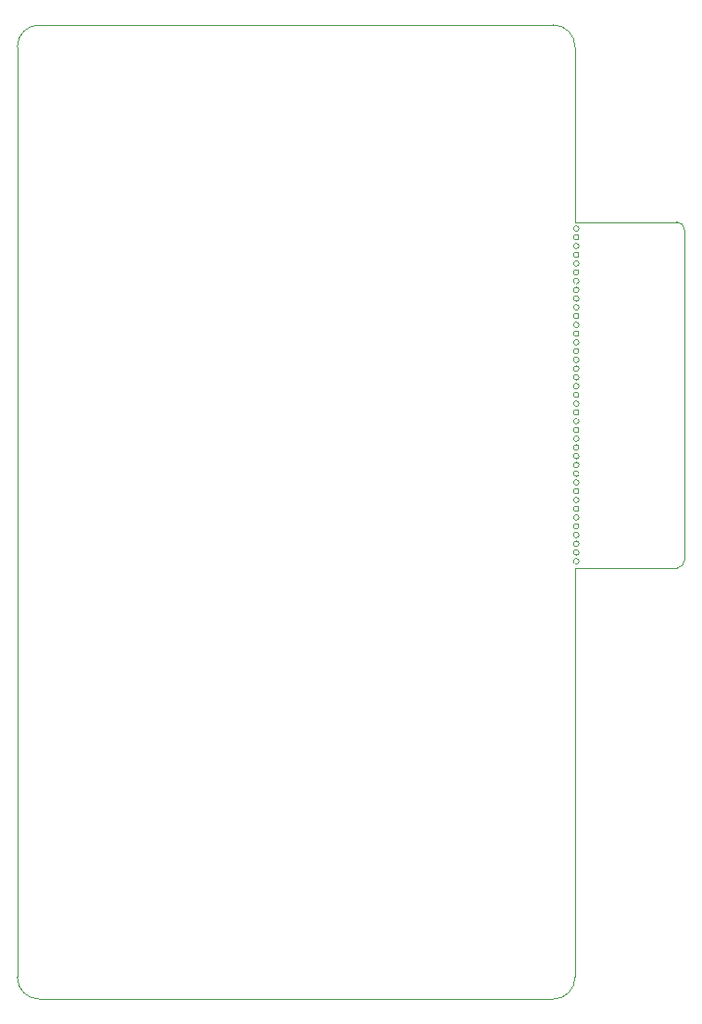
<source format=gm1>
G04 #@! TF.GenerationSoftware,KiCad,Pcbnew,(6.0.7)*
G04 #@! TF.CreationDate,2023-01-29T13:56:44+08:00*
G04 #@! TF.ProjectId,mainBoard,6d61696e-426f-4617-9264-2e6b69636164,rev?*
G04 #@! TF.SameCoordinates,Original*
G04 #@! TF.FileFunction,Profile,NP*
%FSLAX46Y46*%
G04 Gerber Fmt 4.6, Leading zero omitted, Abs format (unit mm)*
G04 Created by KiCad (PCBNEW (6.0.7)) date 2023-01-29 13:56:44*
%MOMM*%
%LPD*%
G01*
G04 APERTURE LIST*
G04 #@! TA.AperFunction,Profile*
%ADD10C,0.100000*%
G04 #@! TD*
G04 APERTURE END LIST*
D10*
X174350000Y-90000000D02*
G75*
G03*
X174350000Y-90000000I-250000J0D01*
G01*
X174000000Y-129100000D02*
X174000000Y-106600000D01*
X174000000Y-144000000D02*
X174000000Y-129100000D01*
X174350000Y-98800000D02*
G75*
G03*
X174350000Y-98800000I-250000J0D01*
G01*
X174350000Y-82000000D02*
G75*
G03*
X174350000Y-82000000I-250000J0D01*
G01*
X174350000Y-76400000D02*
G75*
G03*
X174350000Y-76400000I-250000J0D01*
G01*
X174350000Y-96400000D02*
G75*
G03*
X174350000Y-96400000I-250000J0D01*
G01*
X174350000Y-98000000D02*
G75*
G03*
X174350000Y-98000000I-250000J0D01*
G01*
X174350000Y-99600000D02*
G75*
G03*
X174350000Y-99600000I-250000J0D01*
G01*
X172000000Y-146000000D02*
G75*
G03*
X174000000Y-144000000I0J2000000D01*
G01*
X174350000Y-86800000D02*
G75*
G03*
X174350000Y-86800000I-250000J0D01*
G01*
X174350000Y-97200000D02*
G75*
G03*
X174350000Y-97200000I-250000J0D01*
G01*
X174000000Y-106600000D02*
X183300000Y-106600000D01*
X174350000Y-78800000D02*
G75*
G03*
X174350000Y-78800000I-250000J0D01*
G01*
X174350000Y-105200000D02*
G75*
G03*
X174350000Y-105200000I-250000J0D01*
G01*
X174350000Y-95600000D02*
G75*
G03*
X174350000Y-95600000I-250000J0D01*
G01*
X174350000Y-94000000D02*
G75*
G03*
X174350000Y-94000000I-250000J0D01*
G01*
X174350000Y-106000000D02*
G75*
G03*
X174350000Y-106000000I-250000J0D01*
G01*
X174350000Y-93200000D02*
G75*
G03*
X174350000Y-93200000I-250000J0D01*
G01*
X172000000Y-57000000D02*
X125000000Y-57000000D01*
X174350000Y-101200000D02*
G75*
G03*
X174350000Y-101200000I-250000J0D01*
G01*
X172000000Y-146000000D02*
X125000000Y-146000000D01*
X125000000Y-57000000D02*
G75*
G03*
X123000000Y-59000000I0J-2000000D01*
G01*
X174350000Y-89200000D02*
G75*
G03*
X174350000Y-89200000I-250000J0D01*
G01*
X174350000Y-102800000D02*
G75*
G03*
X174350000Y-102800000I-250000J0D01*
G01*
X184000000Y-75700000D02*
G75*
G03*
X183300000Y-75000000I-700000J0D01*
G01*
X174350000Y-94800000D02*
G75*
G03*
X174350000Y-94800000I-250000J0D01*
G01*
X174000000Y-73800000D02*
X174000000Y-75000000D01*
X174350000Y-104400000D02*
G75*
G03*
X174350000Y-104400000I-250000J0D01*
G01*
X174350000Y-102000000D02*
G75*
G03*
X174350000Y-102000000I-250000J0D01*
G01*
X174350000Y-79600000D02*
G75*
G03*
X174350000Y-79600000I-250000J0D01*
G01*
X174350000Y-77200000D02*
G75*
G03*
X174350000Y-77200000I-250000J0D01*
G01*
X174350000Y-90800000D02*
G75*
G03*
X174350000Y-90800000I-250000J0D01*
G01*
X123000000Y-144000000D02*
G75*
G03*
X125000000Y-146000000I2000000J0D01*
G01*
X183300000Y-106600000D02*
G75*
G03*
X184000000Y-105900000I0J700000D01*
G01*
X184000000Y-105900000D02*
X184000000Y-75700000D01*
X174350000Y-83600000D02*
G75*
G03*
X174350000Y-83600000I-250000J0D01*
G01*
X123000000Y-59000000D02*
X123000000Y-144000000D01*
X174000000Y-59000000D02*
G75*
G03*
X172000000Y-57000000I-2000000J0D01*
G01*
X174350000Y-91600000D02*
G75*
G03*
X174350000Y-91600000I-250000J0D01*
G01*
X174350000Y-100400000D02*
G75*
G03*
X174350000Y-100400000I-250000J0D01*
G01*
X174350000Y-78000000D02*
G75*
G03*
X174350000Y-78000000I-250000J0D01*
G01*
X174350000Y-87600000D02*
G75*
G03*
X174350000Y-87600000I-250000J0D01*
G01*
X174350000Y-82800000D02*
G75*
G03*
X174350000Y-82800000I-250000J0D01*
G01*
X174350000Y-81200000D02*
G75*
G03*
X174350000Y-81200000I-250000J0D01*
G01*
X174350000Y-86000000D02*
G75*
G03*
X174350000Y-86000000I-250000J0D01*
G01*
X174350000Y-88400000D02*
G75*
G03*
X174350000Y-88400000I-250000J0D01*
G01*
X174350000Y-75600000D02*
G75*
G03*
X174350000Y-75600000I-250000J0D01*
G01*
X174350000Y-85200000D02*
G75*
G03*
X174350000Y-85200000I-250000J0D01*
G01*
X183300000Y-75000000D02*
X174000000Y-75000000D01*
X174350000Y-84400000D02*
G75*
G03*
X174350000Y-84400000I-250000J0D01*
G01*
X174000000Y-59000000D02*
X174000000Y-73800000D01*
X174350000Y-80400000D02*
G75*
G03*
X174350000Y-80400000I-250000J0D01*
G01*
X174350000Y-92400000D02*
G75*
G03*
X174350000Y-92400000I-250000J0D01*
G01*
X174350000Y-103600000D02*
G75*
G03*
X174350000Y-103600000I-250000J0D01*
G01*
M02*

</source>
